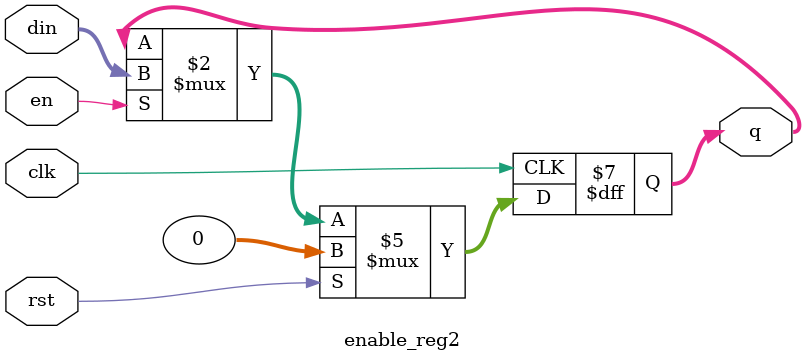
<source format=v>
module enable_reg2 (/*AUTOARG*/
   // Outputs
   q,
   // Inputs
   clk, rst, en, din
   );

   input clk,rst;

   input en;

   output [31:0] q;

   input [31:0]  din;

   /*AUTOREG*/
   // Beginning of automatic regs (for this module's undeclared outputs)
   reg [31:0]		q;
   // End of automatics

   /*AUTOWIRE*/
   
   always @(posedge clk)
     if (rst)
       q <= 0;
     else
       if ( en )
	 q <= din;

endmodule // enable_reg

</source>
